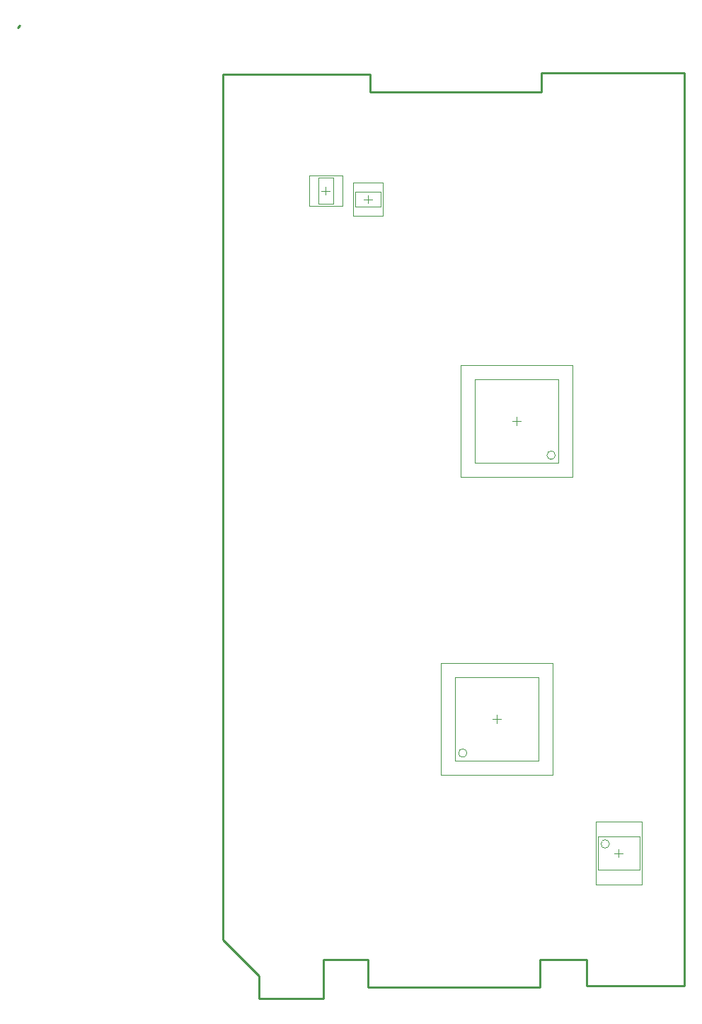
<source format=gko>
%FSTAX25Y25*%
%MOIN*%
G70*
G01*
G75*
G04 Layer_Color=16711935*
%ADD10R,0.07874X0.07480*%
%ADD11R,0.01969X0.15748*%
%ADD12R,0.04331X0.02559*%
%ADD13R,0.07874X0.05512*%
%ADD14R,0.17011X0.12579*%
%ADD15R,0.20011X0.12579*%
%ADD16R,0.13780X0.11811*%
%ADD17R,0.06102X0.04331*%
%ADD18R,0.06102X0.04331*%
%ADD19R,0.06102X0.13583*%
%ADD20R,0.04724X0.07000*%
%ADD21R,0.04724X0.07874*%
%ADD22R,0.03543X0.03740*%
%ADD23R,0.03543X0.03740*%
%ADD24R,0.05906X0.13780*%
%ADD25R,0.09843X0.07874*%
%ADD26R,0.07480X0.07874*%
%ADD27C,0.01200*%
%ADD28C,0.02000*%
%ADD29C,0.01400*%
%ADD30C,0.01600*%
%ADD31C,0.01000*%
%ADD32C,0.00394*%
%ADD33C,0.15748*%
%ADD34R,0.08000X0.08000*%
%ADD35C,0.08000*%
%ADD36C,0.09000*%
%ADD37O,0.08000X0.06400*%
%ADD38O,0.08000X0.06000*%
%ADD39R,0.08000X0.08000*%
%ADD40C,0.03000*%
%ADD41C,0.02600*%
%ADD42C,0.02700*%
%ADD43C,0.02800*%
%ADD44R,0.07874X0.09843*%
%ADD45R,0.07874X0.07842*%
%ADD46R,0.13780X0.01969*%
%ADD47R,0.15748X0.08071*%
%ADD48R,0.10236X0.08071*%
%ADD49R,0.13780X0.08071*%
G04:AMPARAMS|DCode=50|XSize=39.37mil|YSize=31.5mil|CornerRadius=7.87mil|HoleSize=0mil|Usage=FLASHONLY|Rotation=0.000|XOffset=0mil|YOffset=0mil|HoleType=Round|Shape=RoundedRectangle|*
%AMROUNDEDRECTD50*
21,1,0.03937,0.01575,0,0,0.0*
21,1,0.02362,0.03150,0,0,0.0*
1,1,0.01575,0.01181,-0.00787*
1,1,0.01575,-0.01181,-0.00787*
1,1,0.01575,-0.01181,0.00787*
1,1,0.01575,0.01181,0.00787*
%
%ADD50ROUNDEDRECTD50*%
G04:AMPARAMS|DCode=51|XSize=39.37mil|YSize=31.5mil|CornerRadius=7.87mil|HoleSize=0mil|Usage=FLASHONLY|Rotation=270.000|XOffset=0mil|YOffset=0mil|HoleType=Round|Shape=RoundedRectangle|*
%AMROUNDEDRECTD51*
21,1,0.03937,0.01575,0,0,270.0*
21,1,0.02362,0.03150,0,0,270.0*
1,1,0.01575,-0.00787,-0.01181*
1,1,0.01575,-0.00787,0.01181*
1,1,0.01575,0.00787,0.01181*
1,1,0.01575,0.00787,-0.01181*
%
%ADD51ROUNDEDRECTD51*%
G04:AMPARAMS|DCode=52|XSize=90mil|YSize=90mil|CornerRadius=22.5mil|HoleSize=0mil|Usage=FLASHONLY|Rotation=180.000|XOffset=0mil|YOffset=0mil|HoleType=Round|Shape=RoundedRectangle|*
%AMROUNDEDRECTD52*
21,1,0.09000,0.04500,0,0,180.0*
21,1,0.04500,0.09000,0,0,180.0*
1,1,0.04500,-0.02250,0.02250*
1,1,0.04500,0.02250,0.02250*
1,1,0.04500,0.02250,-0.02250*
1,1,0.04500,-0.02250,-0.02250*
%
%ADD52ROUNDEDRECTD52*%
%ADD53R,0.06693X0.09843*%
%ADD54R,0.05512X0.00984*%
%ADD55R,0.00984X0.05512*%
%ADD56C,0.01063*%
%ADD57R,0.10630X0.10630*%
%ADD58R,0.09843X0.06693*%
%ADD59R,0.11811X0.07874*%
%ADD60R,0.11811X0.02953*%
%ADD61R,0.09843X0.07874*%
G04:AMPARAMS|DCode=62|XSize=100mil|YSize=100mil|CornerRadius=25mil|HoleSize=0mil|Usage=FLASHONLY|Rotation=0.000|XOffset=0mil|YOffset=0mil|HoleType=Round|Shape=RoundedRectangle|*
%AMROUNDEDRECTD62*
21,1,0.10000,0.05000,0,0,0.0*
21,1,0.05000,0.10000,0,0,0.0*
1,1,0.05000,0.02500,-0.02500*
1,1,0.05000,-0.02500,-0.02500*
1,1,0.05000,-0.02500,0.02500*
1,1,0.05000,0.02500,0.02500*
%
%ADD62ROUNDEDRECTD62*%
%ADD63O,0.01181X0.10236*%
%ADD64O,0.10236X0.01181*%
%ADD65R,0.04567X0.05906*%
%ADD66R,0.08661X0.15748*%
%ADD67R,0.08661X0.13780*%
%ADD68R,0.11024X0.09055*%
%ADD69R,0.01575X0.05512*%
%ADD70R,0.05512X0.01575*%
%ADD71R,0.02756X0.03543*%
%ADD72R,0.04724X0.03543*%
%ADD73R,0.01969X0.07087*%
%ADD74R,0.05906X0.07874*%
%ADD75R,0.05906X0.07574*%
%ADD76R,0.02165X0.07874*%
%ADD77R,0.07874X0.02165*%
G04:AMPARAMS|DCode=78|XSize=51.18mil|YSize=51.18mil|CornerRadius=12.8mil|HoleSize=0mil|Usage=FLASHONLY|Rotation=270.000|XOffset=0mil|YOffset=0mil|HoleType=Round|Shape=RoundedRectangle|*
%AMROUNDEDRECTD78*
21,1,0.05118,0.02559,0,0,270.0*
21,1,0.02559,0.05118,0,0,270.0*
1,1,0.02559,-0.01280,-0.01280*
1,1,0.02559,-0.01280,0.01280*
1,1,0.02559,0.01280,0.01280*
1,1,0.02559,0.01280,-0.01280*
%
%ADD78ROUNDEDRECTD78*%
%ADD79R,0.13780X0.05906*%
%ADD80R,0.10880X0.05906*%
%ADD81R,0.02559X0.04331*%
%ADD82O,0.02362X0.08661*%
%ADD83C,0.01500*%
%ADD84C,0.00984*%
%ADD85C,0.00787*%
%ADD86C,0.02756*%
%ADD87R,0.08674X0.08280*%
%ADD88R,0.02769X0.16548*%
%ADD89R,0.05131X0.03359*%
%ADD90R,0.08674X0.06312*%
%ADD91R,0.17811X0.13380*%
%ADD92R,0.20811X0.13380*%
%ADD93R,0.14579X0.12611*%
%ADD94R,0.06902X0.05131*%
%ADD95R,0.06902X0.05131*%
%ADD96R,0.06902X0.14383*%
%ADD97R,0.05524X0.07800*%
%ADD98R,0.05524X0.08674*%
%ADD99R,0.04343X0.04540*%
%ADD100R,0.04343X0.04540*%
%ADD101R,0.06706X0.14579*%
%ADD102R,0.10642X0.08674*%
%ADD103R,0.08280X0.08674*%
%ADD104C,0.16548*%
%ADD105R,0.08800X0.08800*%
%ADD106C,0.08800*%
%ADD107C,0.09800*%
%ADD108O,0.08800X0.07200*%
%ADD109O,0.08800X0.06800*%
%ADD110R,0.08800X0.08800*%
%ADD111C,0.03800*%
%ADD112C,0.03400*%
%ADD113C,0.03500*%
%ADD114C,0.03600*%
%ADD115R,0.08674X0.10642*%
%ADD116R,0.08674X0.08643*%
%ADD117R,0.14579X0.02769*%
%ADD118R,0.16548X0.08871*%
%ADD119R,0.11036X0.08871*%
%ADD120R,0.14579X0.08871*%
G04:AMPARAMS|DCode=121|XSize=47.37mil|YSize=39.5mil|CornerRadius=9.87mil|HoleSize=0mil|Usage=FLASHONLY|Rotation=0.000|XOffset=0mil|YOffset=0mil|HoleType=Round|Shape=RoundedRectangle|*
%AMROUNDEDRECTD121*
21,1,0.04737,0.01975,0,0,0.0*
21,1,0.02762,0.03950,0,0,0.0*
1,1,0.01975,0.01381,-0.00987*
1,1,0.01975,-0.01381,-0.00987*
1,1,0.01975,-0.01381,0.00987*
1,1,0.01975,0.01381,0.00987*
%
%ADD121ROUNDEDRECTD121*%
G04:AMPARAMS|DCode=122|XSize=47.37mil|YSize=39.5mil|CornerRadius=9.87mil|HoleSize=0mil|Usage=FLASHONLY|Rotation=270.000|XOffset=0mil|YOffset=0mil|HoleType=Round|Shape=RoundedRectangle|*
%AMROUNDEDRECTD122*
21,1,0.04737,0.01975,0,0,270.0*
21,1,0.02762,0.03950,0,0,270.0*
1,1,0.01975,-0.00987,-0.01381*
1,1,0.01975,-0.00987,0.01381*
1,1,0.01975,0.00987,0.01381*
1,1,0.01975,0.00987,-0.01381*
%
%ADD122ROUNDEDRECTD122*%
G04:AMPARAMS|DCode=123|XSize=98mil|YSize=98mil|CornerRadius=24.5mil|HoleSize=0mil|Usage=FLASHONLY|Rotation=180.000|XOffset=0mil|YOffset=0mil|HoleType=Round|Shape=RoundedRectangle|*
%AMROUNDEDRECTD123*
21,1,0.09800,0.04900,0,0,180.0*
21,1,0.04900,0.09800,0,0,180.0*
1,1,0.04900,-0.02450,0.02450*
1,1,0.04900,0.02450,0.02450*
1,1,0.04900,0.02450,-0.02450*
1,1,0.04900,-0.02450,-0.02450*
%
%ADD123ROUNDEDRECTD123*%
%ADD124R,0.07493X0.10642*%
%ADD125R,0.06312X0.01784*%
%ADD126R,0.01784X0.06312*%
%ADD127C,0.01863*%
%ADD128R,0.11430X0.11430*%
%ADD129R,0.10642X0.07493*%
%ADD130R,0.12611X0.08674*%
%ADD131R,0.12611X0.03753*%
%ADD132R,0.10642X0.08674*%
G04:AMPARAMS|DCode=133|XSize=108mil|YSize=108mil|CornerRadius=27mil|HoleSize=0mil|Usage=FLASHONLY|Rotation=0.000|XOffset=0mil|YOffset=0mil|HoleType=Round|Shape=RoundedRectangle|*
%AMROUNDEDRECTD133*
21,1,0.10800,0.05400,0,0,0.0*
21,1,0.05400,0.10800,0,0,0.0*
1,1,0.05400,0.02700,-0.02700*
1,1,0.05400,-0.02700,-0.02700*
1,1,0.05400,-0.02700,0.02700*
1,1,0.05400,0.02700,0.02700*
%
%ADD133ROUNDEDRECTD133*%
%ADD134O,0.01981X0.11036*%
%ADD135O,0.11036X0.01981*%
%ADD136R,0.05367X0.06706*%
%ADD137R,0.09461X0.16548*%
%ADD138R,0.09461X0.14579*%
%ADD139R,0.11824X0.09855*%
%ADD140R,0.02375X0.06312*%
%ADD141R,0.06312X0.02375*%
%ADD142R,0.03556X0.04343*%
%ADD143R,0.05524X0.04343*%
%ADD144R,0.02769X0.07887*%
%ADD145R,0.06706X0.08674*%
%ADD146R,0.06706X0.08374*%
%ADD147R,0.02965X0.08674*%
%ADD148R,0.08674X0.02965*%
G04:AMPARAMS|DCode=149|XSize=59.18mil|YSize=59.18mil|CornerRadius=14.8mil|HoleSize=0mil|Usage=FLASHONLY|Rotation=270.000|XOffset=0mil|YOffset=0mil|HoleType=Round|Shape=RoundedRectangle|*
%AMROUNDEDRECTD149*
21,1,0.05918,0.02959,0,0,270.0*
21,1,0.02959,0.05918,0,0,270.0*
1,1,0.02959,-0.01480,-0.01480*
1,1,0.02959,-0.01480,0.01480*
1,1,0.02959,0.01480,0.01480*
1,1,0.02959,0.01480,-0.01480*
%
%ADD149ROUNDEDRECTD149*%
%ADD150R,0.14579X0.06706*%
%ADD151R,0.11680X0.06706*%
%ADD152R,0.03359X0.05131*%
%ADD153O,0.03162X0.09461*%
%ADD154C,0.02362*%
%ADD155R,0.01575X0.01969*%
%ADD156R,0.00984X0.00984*%
%ADD157R,0.01969X0.01575*%
%ADD158R,0.00984X0.00984*%
D31*
X000767Y002933D02*
X0024751Y0012249D01*
X-0089Y0459D02*
X-0088Y046D01*
X0055Y002D02*
X0076D01*
X0157D02*
X0179D01*
X0157Y0007D02*
Y002D01*
X0076Y0007D02*
X0157D01*
X0076D02*
Y002D01*
X000767Y002933D02*
Y00355D01*
X0196307Y00075D02*
X0225D01*
X0025Y00015D02*
X003D01*
X0179Y00075D02*
Y002D01*
Y00075D02*
X0196307D01*
X0055Y00015D02*
Y002D01*
X0225Y0035D02*
Y04375D01*
X003Y00015D02*
X0055D01*
X0024751D02*
Y0009249D01*
X0077Y04285D02*
Y0437D01*
Y04285D02*
X01575D01*
Y04375D01*
X0225D01*
X0024751Y0009249D02*
Y0012249D01*
X0225Y00075D02*
Y0035D01*
X000767Y0437D02*
X0077D01*
X000767Y00355D02*
Y0437D01*
D32*
X0164188Y0257436D02*
G03*
X0164188Y0257436I-0001969J0D01*
G01*
X0122559Y0117126D02*
G03*
X0122559Y0117126I-0001969J0D01*
G01*
X0189669Y0074331D02*
G03*
X0189669Y0074331I-0001969J0D01*
G01*
X0126392Y0253892D02*
X0165762D01*
X0126392Y0293263D02*
X0165762D01*
Y0253892D02*
Y0293263D01*
X0126392Y0253892D02*
Y0293263D01*
X0059543Y0375898D02*
Y0388102D01*
X0052457Y0375898D02*
Y0388102D01*
Y0375898D02*
X0059543D01*
X0052457Y0388102D02*
X0059543D01*
X0117047Y0113583D02*
Y0152953D01*
X0156417Y0113583D02*
Y0152953D01*
X0117047Y0113583D02*
X0156417D01*
X0117047Y0152953D02*
X0156417D01*
X0069898Y0374457D02*
X0082102D01*
X0069898Y0381543D02*
X0082102D01*
Y0374457D02*
Y0381543D01*
X0069898Y0374457D02*
Y0381543D01*
X0203842Y0062126D02*
Y0077874D01*
X0184158Y0062126D02*
Y0077874D01*
Y0062126D02*
X0203842D01*
X0184158Y0077874D02*
X0203842D01*
X01197Y02472D02*
X0172455D01*
X01197Y0299955D02*
X0172455D01*
Y02472D02*
Y0299955D01*
X01197Y02472D02*
Y0299955D01*
X0146077Y0271609D02*
Y0275546D01*
X0144109Y0273577D02*
X0148046D01*
X0063874Y0374913D02*
Y0389087D01*
X0048126Y0374913D02*
Y0389087D01*
Y0374913D02*
X0063874D01*
X0048126Y0389087D02*
X0063874D01*
X0054031Y0382D02*
X0057968D01*
X0056Y0380031D02*
Y0383968D01*
X0110354Y010689D02*
Y0159646D01*
X016311Y010689D02*
Y0159646D01*
X0110354Y010689D02*
X016311D01*
X0110354Y0159646D02*
X016311D01*
X0134764Y0133268D02*
X0138701D01*
X0136732Y0131299D02*
Y0135236D01*
X0068913Y0370126D02*
X0083087D01*
X0068913Y0385874D02*
X0083087D01*
Y0370126D02*
Y0385874D01*
X0068913Y0370126D02*
Y0385874D01*
X0076Y0376031D02*
Y0379969D01*
X0074032Y0378D02*
X0077969D01*
X0192032Y007D02*
X0195968D01*
X0194Y0068032D02*
Y0071969D01*
X0204827Y0055236D02*
Y0084764D01*
X0183173Y0055236D02*
Y0084764D01*
Y0055236D02*
X0204827D01*
X0183173Y0084764D02*
X0204827D01*
M02*

</source>
